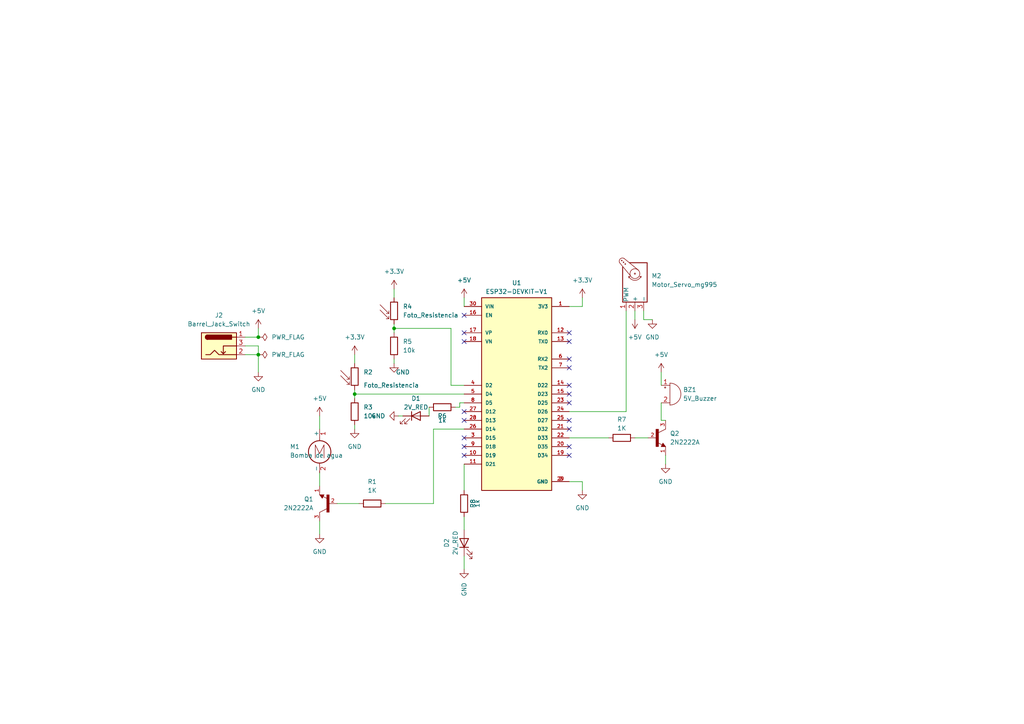
<source format=kicad_sch>
(kicad_sch (version 20230121) (generator eeschema)
  (paper "A4")
  (lib_symbols
    (symbol "Connector:Barrel_Jack_Switch" (pin_names hide)
      (property "Reference" "J" (at 0 5.334 0))
      (property "Value" "Barrel_Jack_Switch" (at 0 -5.08 0))
      (symbol "Barrel_Jack_Switch_0_1"
        (rectangle (start -5.08 3.81) (end 5.08 -3.81) (stroke (width 0.254)) (fill (type background)))
        (arc (start -3.302 3.175) (mid -3.9343 2.54) (end -3.302 1.905) (stroke (width 0.254)))
        (arc (start -3.302 3.175) (mid -3.9343 2.54) (end -3.302 1.905) (stroke (width 0.254)) (fill (type outline)))
        (polyline (pts (xy 1.27 -2.286) (xy 1.905 -1.651)) (stroke (width 0.254)))
        (polyline (pts (xy 5.08 2.54) (xy 3.81 2.54)) (stroke (width 0.254)))
        (polyline (pts (xy 5.08 0) (xy 1.27 0) (xy 1.27 -2.286) (xy 0.635 -1.651)) (stroke (width 0.254)))
        (polyline (pts (xy -3.81 -2.54) (xy -2.54 -2.54) (xy -1.27 -1.27) (xy 0 -2.54) (xy 2.54 -2.54) (xy 5.08 -2.54)) (stroke (width 0.254)))
        (rectangle (start 3.683 3.175) (end -3.302 1.905) (stroke (width 0.254)) (fill (type outline)))
      )
      (symbol "Barrel_Jack_Switch_1_1"
        (pin passive line (at 7.62 2.54 180) (length 2.54) (name "~") (number "1"))
        (pin passive line (at 7.62 -2.54 180) (length 2.54) (name "~") (number "2"))
        (pin passive line (at 7.62 0 180) (length 2.54) (name "~") (number "3"))
      )
    )
    (symbol "Device:Buzzer" (pin_names (offset 0.0254) hide)
      (property "Reference" "BZ" (at 3.81 1.27 0))
      (property "Value" "Buzzer" (at 3.81 -1.27 0))
      (symbol "Buzzer_0_1"
        (arc (start 0 -3.175) (mid 3.1612 0) (end 0 3.175))
        (polyline (pts (xy -1.651 1.905) (xy -1.143 1.905)))
        (polyline (pts (xy -1.397 2.159) (xy -1.397 1.651)))
        (polyline (pts (xy 0 3.175) (xy 0 -3.175)))
      )
      (symbol "Buzzer_1_1"
        (pin passive line (at -2.54 2.54 0) (length 2.54) (name "-") (number "1"))
        (pin passive line (at -2.54 -2.54 0) (length 2.54) (name "+") (number "2"))
      )
    )
    (symbol "Device:LED" (pin_numbers hide) (pin_names (offset 1.016) hide)
      (property "Reference" "D" (at 0 2.54 0))
      (property "Value" "LED" (at 0 -2.54 0))
      (symbol "LED_0_1"
        (polyline (pts (xy -1.27 -1.27) (xy -1.27 1.27)) (stroke (width 0.254)))
        (polyline (pts (xy -1.27 0) (xy 1.27 0)))
        (polyline (pts (xy 1.27 -1.27) (xy 1.27 1.27) (xy -1.27 0) (xy 1.27 -1.27)) (stroke (width 0.254)))
        (polyline (pts (xy -3.048 -0.762) (xy -4.572 -2.286) (xy -3.81 -2.286) (xy -4.572 -2.286) (xy -4.572 -1.524)))
        (polyline (pts (xy -1.778 -0.762) (xy -3.302 -2.286) (xy -2.54 -2.286) (xy -3.302 -2.286) (xy -3.302 -1.524)))
      )
      (symbol "LED_1_1"
        (pin passive line (at -3.81 0 0) (length 2.54) (name "K") (number "1"))
        (pin passive line (at 3.81 0 180) (length 2.54) (name "A") (number "2"))
      )
    )
    (symbol "Device:R" (pin_numbers hide) (pin_names (offset 0))
      (property "Reference" "R" (at 2.032 0 90))
      (property "Value" "R" (at 0 0 90))
      (symbol "R_0_1"
        (rectangle (start -1.016 -2.54) (end 1.016 2.54) (stroke (width 0.254)))
      )
      (symbol "R_1_1"
        (pin passive line (at 0 3.81 270) (length 1.27) (name "~") (number "1"))
        (pin passive line (at 0 -3.81 90) (length 1.27) (name "~") (number "2"))
      )
    )
    (symbol "Device:R_Photo" (pin_numbers hide) (pin_names (offset 0))
      (property "Reference" "R" (at 1.27 1.27 0))
      (property "Value" "R_Photo" (at 1.27 0 0))
      (symbol "R_Photo_0_1"
        (rectangle (start -1.016 2.54) (end 1.016 -2.54) (stroke (width 0.254)))
        (polyline (pts (xy -1.524 -2.286) (xy -4.064 0.254)))
        (polyline (pts (xy -1.524 -2.286) (xy -2.286 -2.286)))
        (polyline (pts (xy -1.524 -2.286) (xy -1.524 -1.524)))
        (polyline (pts (xy -1.524 -0.762) (xy -4.064 1.778)))
        (polyline (pts (xy -1.524 -0.762) (xy -2.286 -0.762)))
        (polyline (pts (xy -1.524 -0.762) (xy -1.524 0)))
      )
      (symbol "R_Photo_1_1"
        (pin passive line (at 0 3.81 270) (length 1.27) (name "~") (number "1"))
        (pin passive line (at 0 -3.81 90) (length 1.27) (name "~") (number "2"))
      )
    )
    (symbol "ESP32_V1:ESP32-DEVKIT-V1" (pin_names (offset 1.016))
      (property "Reference" "U" (at -10.16 30.48 0))
      (property "Value" "ESP32-DEVKIT-V1" (at -10.16 -30.48 0))
      (symbol "ESP32-DEVKIT-V1_0_0"
        (rectangle (start -10.16 -27.94) (end 10.16 27.94) (stroke (width 0.254)) (fill (type background)))
        (pin output line (at 15.24 25.4 180) (length 5.08) (name "3V3") (number "1"))
        (pin bidirectional line (at -15.24 -17.78 0) (length 5.08) (name "D19") (number "10"))
        (pin bidirectional line (at -15.24 -20.32 0) (length 5.08) (name "D21") (number "11"))
        (pin input line (at 15.24 17.78 180) (length 5.08) (name "RX0") (number "12"))
        (pin output line (at 15.24 15.24 180) (length 5.08) (name "TX0") (number "13"))
        (pin bidirectional line (at 15.24 2.54 180) (length 5.08) (name "D22") (number "14"))
        (pin bidirectional line (at 15.24 0 180) (length 5.08) (name "D23") (number "15"))
        (pin input line (at -15.24 22.86 0) (length 5.08) (name "EN") (number "16"))
        (pin bidirectional line (at -15.24 17.78 0) (length 5.08) (name "VP") (number "17"))
        (pin bidirectional line (at -15.24 15.24 0) (length 5.08) (name "VN") (number "18"))
        (pin bidirectional line (at 15.24 -17.78 180) (length 5.08) (name "D34") (number "19"))
        (pin power_in line (at 15.24 -25.4 180) (length 5.08) (name "GND") (number "2"))
        (pin bidirectional line (at 15.24 -15.24 180) (length 5.08) (name "D35") (number "20"))
        (pin bidirectional line (at 15.24 -10.16 180) (length 5.08) (name "D32") (number "21"))
        (pin bidirectional line (at 15.24 -12.7 180) (length 5.08) (name "D33") (number "22"))
        (pin bidirectional line (at 15.24 -2.54 180) (length 5.08) (name "D25") (number "23"))
        (pin bidirectional line (at 15.24 -5.08 180) (length 5.08) (name "D26") (number "24"))
        (pin bidirectional line (at 15.24 -7.62 180) (length 5.08) (name "D27") (number "25"))
        (pin bidirectional line (at -15.24 -10.16 0) (length 5.08) (name "D14") (number "26"))
        (pin bidirectional line (at -15.24 -5.08 0) (length 5.08) (name "D12") (number "27"))
        (pin bidirectional line (at -15.24 -7.62 0) (length 5.08) (name "D13") (number "28"))
        (pin power_in line (at 15.24 -25.4 180) (length 5.08) (name "GND") (number "29"))
        (pin bidirectional line (at -15.24 -12.7 0) (length 5.08) (name "D15") (number "3"))
        (pin input line (at -15.24 25.4 0) (length 5.08) (name "VIN") (number "30"))
        (pin bidirectional line (at -15.24 2.54 0) (length 5.08) (name "D2") (number "4"))
        (pin bidirectional line (at -15.24 0 0) (length 5.08) (name "D4") (number "5"))
        (pin input line (at 15.24 10.16 180) (length 5.08) (name "RX2") (number "6"))
        (pin output line (at 15.24 7.62 180) (length 5.08) (name "TX2") (number "7"))
        (pin bidirectional line (at -15.24 -2.54 0) (length 5.08) (name "D5") (number "8"))
        (pin bidirectional line (at -15.24 -15.24 0) (length 5.08) (name "D18") (number "9"))
      )
    )
    (symbol "Motor:Motor_DC" (pin_names (offset 0))
      (property "Reference" "M" (at 2.54 2.54 0))
      (property "Value" "Motor_DC" (at 2.54 -5.08 0))
      (symbol "Motor_DC_0_0"
        (polyline (pts (xy -1.27 -3.302) (xy -1.27 0.508) (xy 0 -2.032) (xy 1.27 0.508) (xy 1.27 -3.302)))
      )
      (symbol "Motor_DC_0_1"
        (circle (center 0 -1.524) (radius 3.2512) (stroke (width 0.254)))
        (polyline (pts (xy 0 -7.62) (xy 0 -7.112)))
        (polyline (pts (xy 0 -4.7752) (xy 0 -5.1816)))
        (polyline (pts (xy 0 1.7272) (xy 0 2.0828)))
        (polyline (pts (xy 0 2.032) (xy 0 2.54)))
      )
      (symbol "Motor_DC_1_1"
        (pin passive line (at 0 5.08 270) (length 2.54) (name "+") (number "1"))
        (pin passive line (at 0 -7.62 90) (length 2.54) (name "-") (number "2"))
      )
    )
    (symbol "Motor:Motor_Servo" (pin_names (offset 0.0254))
      (property "Reference" "M" (at -5.08 4.445 0))
      (property "Value" "Motor_Servo" (at -5.08 -4.064 0))
      (symbol "Motor_Servo_0_1"
        (polyline (pts (xy 2.413 -1.778) (xy 2.032 -1.778)))
        (polyline (pts (xy 2.413 -1.778) (xy 2.286 -1.397)))
        (polyline (pts (xy 2.413 1.778) (xy 1.905 1.778)))
        (polyline (pts (xy 2.413 1.778) (xy 2.286 1.397)))
        (polyline (pts (xy 6.35 4.445) (xy 2.54 1.27)))
        (polyline (pts (xy 7.62 3.175) (xy 4.191 -1.016)))
        (polyline (pts (xy 5.08 3.556) (xy -5.08 3.556) (xy -5.08 -3.556) (xy 6.35 -3.556) (xy 6.35 1.524)) (stroke (width 0.254)))
        (arc (start 2.413 1.778) (mid 1.2406 0) (end 2.413 -1.778))
        (circle (center 3.175 0) (radius 0.1778))
        (circle (center 3.175 0) (radius 1.4224))
        (circle (center 5.969 2.794) (radius 0.127))
        (circle (center 6.477 3.302) (radius 0.127))
        (circle (center 6.985 3.81) (radius 0.127))
        (arc (start 7.62 3.175) (mid 7.4485 4.2735) (end 6.35 4.445))
      )
      (symbol "Motor_Servo_1_1"
        (pin passive line (at -7.62 2.54 0) (length 2.54) (name "PWM") (number "1"))
        (pin passive line (at -7.62 0 0) (length 2.54) (name "+") (number "2"))
        (pin passive line (at -7.62 -2.54 0) (length 2.54) (name "-") (number "3"))
      )
    )
    (symbol "RESIS_2N2222A:2N2222A" (pin_names (offset 1.016))
      (property "Reference" "Q" (at -10.16 7.62 0))
      (property "Value" "2N2222A" (at -10.16 -7.62 0))
      (symbol "2N2222A_0_0"
        (rectangle (start -0.254 -2.54) (end 0.508 2.54) (stroke (width 0.1)) (fill (type outline)))
        (polyline (pts (xy 1.27 -2.54) (xy 1.778 -1.524)) (stroke (width 0.1524)))
        (polyline (pts (xy 1.524 -2.413) (xy 2.286 -2.413)) (stroke (width 0.254)))
        (polyline (pts (xy 1.524 -2.286) (xy 1.905 -2.286)) (stroke (width 0.254)))
        (polyline (pts (xy 1.54 -2.04) (xy 0.308 -1.424)) (stroke (width 0.1524)))
        (polyline (pts (xy 1.778 -1.778) (xy 1.524 -2.286)) (stroke (width 0.254)))
        (polyline (pts (xy 1.778 -1.524) (xy 2.54 -2.54)) (stroke (width 0.1524)))
        (polyline (pts (xy 1.905 -2.286) (xy 1.778 -2.032)) (stroke (width 0.254)))
        (polyline (pts (xy 2.286 -2.413) (xy 1.778 -1.778)) (stroke (width 0.254)))
        (polyline (pts (xy 2.54 -2.54) (xy 1.27 -2.54)) (stroke (width 0.1524)))
        (polyline (pts (xy 2.54 2.54) (xy 0.508 1.524)) (stroke (width 0.1524)))
        (pin passive line (at 2.54 -5.08 90) (length 2.54) (name "~") (number "1"))
        (pin passive line (at -2.54 0 0) (length 2.54) (name "~") (number "2"))
        (pin passive line (at 2.54 5.08 270) (length 2.54) (name "~") (number "3"))
      )
    )
    (symbol "power:+3.3V" (power) (pin_names (offset 0))
      (property "Value" "+3.3V" (at 0 3.556 0))
      (symbol "+3.3V_0_1"
        (polyline (pts (xy -0.762 1.27) (xy 0 2.54)))
        (polyline (pts (xy 0 0) (xy 0 2.54)))
        (polyline (pts (xy 0 2.54) (xy 0.762 1.27)))
      )
      (symbol "+3.3V_1_1"
        (pin power_in line (at 0 0 90) (length 0) hide (name "+3.3V") (number "1"))
      )
    )
    (symbol "power:+5V" (power) (pin_names (offset 0))
      (property "Value" "+5V" (at 0 3.556 0))
      (symbol "+5V_0_1"
        (polyline (pts (xy -0.762 1.27) (xy 0 2.54)))
        (polyline (pts (xy 0 0) (xy 0 2.54)))
        (polyline (pts (xy 0 2.54) (xy 0.762 1.27)))
      )
      (symbol "+5V_1_1"
        (pin power_in line (at 0 0 90) (length 0) hide (name "+5V") (number "1"))
      )
    )
    (symbol "power:GND" (power) (pin_names (offset 0))
      (property "Value" "GND" (at 0 -3.81 0))
      (symbol "GND_0_1"
        (polyline (pts (xy 0 0) (xy 0 -1.27) (xy 1.27 -1.27) (xy 0 -2.54) (xy -1.27 -1.27) (xy 0 -1.27)))
      )
      (symbol "GND_1_1"
        (pin power_in line (at 0 0 270) (length 0) hide (name "GND") (number "1"))
      )
    )
    (symbol "power:PWR_FLAG" (power) (pin_numbers hide) (pin_names (offset 0) hide)
      (property "Value" "PWR_FLAG" (at 0 3.81 0))
      (symbol "PWR_FLAG_0_0"
        (pin power_out line (at 0 0 90) (length 0) (name "pwr") (number "1"))
      )
      (symbol "PWR_FLAG_0_1"
        (polyline (pts (xy 0 0) (xy 0 1.27) (xy -1.016 1.905) (xy 0 2.54) (xy 1.016 1.905) (xy 0 1.27)))
      )
    )
  )
  (junction (at 102.87 114.3))
  (junction (at 114.3 95.25))
  (junction (at 74.93 102.87))
  (junction (at 74.93 97.79))
  (no_connect (at 134.62 121.92))
  (no_connect (at 165.1 96.52))
  (no_connect (at 165.1 116.84))
  (no_connect (at 165.1 121.92))
  (no_connect (at 165.1 129.54))
  (no_connect (at 134.62 91.44))
  (no_connect (at 165.1 132.08))
  (no_connect (at 165.1 111.76))
  (no_connect (at 134.62 119.38))
  (no_connect (at 165.1 124.46))
  (no_connect (at 134.62 129.54))
  (no_connect (at 165.1 106.68))
  (no_connect (at 165.1 114.3))
  (no_connect (at 165.1 104.14))
  (no_connect (at 134.62 96.52))
  (no_connect (at 134.62 132.08))
  (no_connect (at 134.62 127))
  (no_connect (at 134.62 99.06))
  (no_connect (at 165.1 99.06))
  (wire (pts (xy 168.91 88.9) (xy 168.91 86.36)))
  (wire (pts (xy 92.71 120.65) (xy 92.71 124.46)))
  (wire (pts (xy 92.71 137.16) (xy 92.71 140.97)))
  (wire (pts (xy 114.3 93.98) (xy 114.3 95.25)))
  (wire (pts (xy 74.93 100.33) (xy 74.93 102.87)))
  (wire (pts (xy 114.3 83.82) (xy 114.3 86.36)))
  (wire (pts (xy 165.1 127) (xy 176.53 127)))
  (wire (pts (xy 168.91 139.7) (xy 165.1 139.7)))
  (wire (pts (xy 74.93 102.87) (xy 71.12 102.87)))
  (wire (pts (xy 181.61 119.38) (xy 181.61 90.17)))
  (wire (pts (xy 125.73 146.05) (xy 125.73 124.46)))
  (wire (pts (xy 133.35 118.11) (xy 133.35 116.84)))
  (wire (pts (xy 115.57 120.65) (xy 116.84 120.65)))
  (wire (pts (xy 132.08 118.11) (xy 133.35 118.11)))
  (wire (pts (xy 186.69 92.71) (xy 189.23 92.71)))
  (wire (pts (xy 71.12 100.33) (xy 74.93 100.33)))
  (wire (pts (xy 102.87 114.3) (xy 134.62 114.3)))
  (wire (pts (xy 124.46 118.11) (xy 124.46 120.65)))
  (wire (pts (xy 111.76 146.05) (xy 125.73 146.05)))
  (wire (pts (xy 74.93 97.79) (xy 71.12 97.79)))
  (wire (pts (xy 193.04 121.92) (xy 191.77 121.92)))
  (wire (pts (xy 114.3 95.25) (xy 130.81 95.25)))
  (wire (pts (xy 92.71 151.13) (xy 92.71 154.94)))
  (wire (pts (xy 134.62 165.1) (xy 134.62 161.29)))
  (wire (pts (xy 191.77 121.92) (xy 191.77 116.84)))
  (wire (pts (xy 184.15 127) (xy 187.96 127)))
  (wire (pts (xy 193.04 132.08) (xy 193.04 134.62)))
  (wire (pts (xy 114.3 104.14) (xy 114.3 105.41)))
  (wire (pts (xy 134.62 111.76) (xy 130.81 111.76)))
  (wire (pts (xy 114.3 95.25) (xy 114.3 96.52)))
  (wire (pts (xy 102.87 113.03) (xy 102.87 114.3)))
  (wire (pts (xy 168.91 142.24) (xy 168.91 139.7)))
  (wire (pts (xy 74.93 95.25) (xy 74.93 97.79)))
  (wire (pts (xy 165.1 119.38) (xy 181.61 119.38)))
  (wire (pts (xy 125.73 124.46) (xy 134.62 124.46)))
  (wire (pts (xy 102.87 102.87) (xy 102.87 105.41)))
  (wire (pts (xy 74.93 107.95) (xy 74.93 102.87)))
  (wire (pts (xy 102.87 123.19) (xy 102.87 124.46)))
  (wire (pts (xy 134.62 153.67) (xy 134.62 149.86)))
  (wire (pts (xy 102.87 114.3) (xy 102.87 115.57)))
  (wire (pts (xy 97.79 146.05) (xy 104.14 146.05)))
  (wire (pts (xy 191.77 107.95) (xy 191.77 111.76)))
  (wire (pts (xy 184.15 90.17) (xy 184.15 92.71)))
  (wire (pts (xy 134.62 86.36) (xy 134.62 88.9)))
  (wire (pts (xy 130.81 111.76) (xy 130.81 95.25)))
  (wire (pts (xy 133.35 116.84) (xy 134.62 116.84)))
  (wire (pts (xy 134.62 134.62) (xy 134.62 142.24)))
  (wire (pts (xy 165.1 88.9) (xy 168.91 88.9)))
  (wire (pts (xy 186.69 90.17) (xy 186.69 92.71)))
  (symbol (lib_id "power:GND") (at 92.71 154.94 0) (unit 1)
    (property "Reference" "#PWR02" (effects hide))
    (property "Value" "GND" (at 92.71 160.02 0))
  )
  (symbol (lib_id "Motor:Motor_Servo") (at 184.15 82.55 90) (unit 1)
    (property "Reference" "M2" (at 188.976 80.0211 90) (effects (justify right)))
    (property "Value" "Motor_Servo_mg995" (at 188.976 82.5611 90) (effects (justify right)))
    (property "Footprint" "Connector_PinHeader_2.54mm:PinHeader_1x03_P2.54mm_Vertical" (effects hide))
    (property "Datasheet" "http://forums.parallax.com/uploads/attachments/46831/74481.png" (effects hide))
  )
  (symbol (lib_id "Device:LED") (at 120.65 120.65 0) (unit 1)
    (property "Reference" "D1" (at 120.65 115.57 0))
    (property "Value" "2V_RED" (at 120.65 118.11 0))
    (property "Footprint" "LED_THT:LED_D5.0mm" (effects hide))
  )
  (symbol (lib_id "power:+5V") (at 134.62 86.36 0) (unit 1)
    (property "Reference" "#PWR016" (effects hide))
    (property "Value" "+5V" (at 134.62 81.28 0))
  )
  (symbol (lib_id "Motor:Motor_DC") (at 92.71 129.54 0) (unit 1)
    (property "Reference" "M1" (at 84.074 129.54 0) (effects (justify left)))
    (property "Value" "Bomba de agua" (at 84.074 132.08 0) (effects (justify left)))
    (property "Footprint" "Connector_PinSocket_2.54mm:PinSocket_1x02_P2.54mm_Vertical" (effects hide))
  )
  (symbol (lib_id "Device:R") (at 128.27 118.11 90) (unit 1)
    (property "Reference" "R6" (at 128.27 120.65 90))
    (property "Value" "1k" (at 128.27 121.92 90))
    (property "Footprint" "Resistor_THT:R_Axial_DIN0207_L6.3mm_D2.5mm_P7.62mm_Horizontal" (effects hide))
  )
  (symbol (lib_id "power:+5V") (at 191.77 107.95 0) (unit 1)
    (property "Reference" "#PWR010" (effects hide))
    (property "Value" "+5V" (at 191.77 102.87 0))
  )
  (symbol (lib_id "power:GND") (at 102.87 124.46 0) (unit 1)
    (property "Reference" "#PWR013" (effects hide))
    (property "Value" "GND" (at 102.87 129.54 0))
  )
  (symbol (lib_id "Device:R") (at 107.95 146.05 270) (unit 1)
    (property "Reference" "R1" (at 107.95 139.7 90))
    (property "Value" "1K" (at 107.95 142.24 90))
    (property "Footprint" "Resistor_THT:R_Axial_DIN0207_L6.3mm_D2.5mm_P7.62mm_Horizontal" (effects hide))
  )
  (symbol (lib_id "RESIS_2N2222A:2N2222A") (at 95.25 146.05 180) (unit 1)
    (property "Reference" "Q1" (at 90.932 144.78 0) (effects (justify left)))
    (property "Value" "2N2222A" (at 90.932 147.32 0) (effects (justify left)))
    (property "Footprint" "Package_TO_SOT_THT:TO-92" (effects hide))
    (property "MF" "NTE Electronics, Inc" (effects hide))
    (property "Description" "\nTRANSISTOR NPN SILICON 50V IC=800MA TO-18 CASE SMALL SIGNAL GENERAL PURPOSE SWIT | NTE Electronics Inc. 2N2222A\n" (effects hide))
    (property "Package" "TO-18 NTE Electronics" (effects hide))
    (property "RS_Components_70725575_Purchase_URL" "https://www.snapeda.com/api/url_track_click/https%253A//us.rs-online.com/product/nte-electronics-inc-/2n2222a/70725575/%253Futm_source%253DSnapEDA%2526utm_medium%253Dpart_sourcing%2526utm_campaign%253Dpartsourcing_SnapEDA_IMP_EX_GR/?unipart_id=4816306&manufacturer=NTE Electronics, Inc&part_name=2N2222A&search_term=transistor 2n2222a" (effects hide))
    (property "Check_prices" "https://www.snapeda.com/parts/2N2222A/NTE+Electronics/view-part/?ref=eda" (effects hide))
    (property "STANDARD" "IPC7251" (effects hide))
    (property "PARTREV" "2" (effects hide))
    (property "SnapEDA_Link" "https://www.snapeda.com/parts/2N2222A/NTE+Electronics/view-part/?ref=snap" (effects hide))
    (property "MP" "2N2222A" (effects hide))
    (property "MANUFACTURER" "Microsemi" (effects hide))
  )
  (symbol (lib_id "power:GND") (at 115.57 120.65 270) (unit 1)
    (property "Reference" "#PWR06" (effects hide))
    (property "Value" "GND" (at 111.76 120.65 90) (effects (justify right)))
  )
  (symbol (lib_id "Device:R") (at 114.3 100.33 0) (unit 1)
    (property "Reference" "R5" (at 116.84 99.06 0) (effects (justify left)))
    (property "Value" "10k" (at 116.84 101.6 0) (effects (justify left)))
    (property "Footprint" "Resistor_THT:R_Axial_DIN0207_L6.3mm_D2.5mm_P7.62mm_Horizontal" (effects hide))
  )
  (symbol (lib_id "power:PWR_FLAG") (at 74.93 97.79 270) (unit 1)
    (property "Reference" "#FLG01" (effects hide))
    (property "Value" "PWR_FLAG" (at 78.74 97.79 90) (effects (justify left)))
  )
  (symbol (lib_id "Device:LED") (at 134.62 157.48 90) (unit 1)
    (property "Reference" "D2" (at 129.54 157.48 0))
    (property "Value" "2V_RED" (at 132.08 157.48 0))
    (property "Footprint" "LED_THT:LED_D5.0mm" (effects hide))
  )
  (symbol (lib_id "power:GND") (at 74.93 107.95 0) (unit 1)
    (property "Reference" "#PWR04" (effects hide))
    (property "Value" "GND" (at 74.93 113.03 0))
  )
  (symbol (lib_id "power:+3.3V") (at 114.3 83.82 0) (unit 1)
    (property "Reference" "#PWR015" (effects hide))
    (property "Value" "+3.3V" (at 114.3 78.74 0))
  )
  (symbol (lib_id "power:GND") (at 168.91 142.24 0) (unit 1)
    (property "Reference" "#PWR08" (effects hide))
    (property "Value" "GND" (at 168.91 147.32 0))
  )
  (symbol (lib_id "power:+3.3V") (at 168.91 86.36 0) (unit 1)
    (property "Reference" "#PWR07" (effects hide))
    (property "Value" "+3.3V" (at 168.91 81.28 0))
  )
  (symbol (lib_id "power:+5V") (at 184.15 92.71 180) (unit 1)
    (property "Reference" "#PWR09" (effects hide))
    (property "Value" "+5V" (at 184.15 97.79 0))
  )
  (symbol (lib_id "Device:R") (at 180.34 127 90) (unit 1)
    (property "Reference" "R7" (at 180.34 121.666 90))
    (property "Value" "1K" (at 180.34 124.206 90))
    (property "Footprint" "Resistor_THT:R_Axial_DIN0207_L6.3mm_D2.5mm_P7.62mm_Horizontal" (effects hide))
  )
  (symbol (lib_id "ESP32_V1:ESP32-DEVKIT-V1") (at 149.86 114.3 0) (unit 1)
    (property "Reference" "U1" (at 149.86 82.042 0))
    (property "Value" "ESP32-DEVKIT-V1" (at 149.86 84.582 0))
    (property "Footprint" "ESP32_V1:MODULE_ESP32_DEVKIT_V1" (effects hide))
    (property "MF" "Do it" (effects hide))
    (property "MAXIMUM_PACKAGE_HEIGHT" "6.8 mm" (effects hide))
    (property "Package" "None" (effects hide))
    (property "Price" "None" (effects hide))
    (property "Check_prices" "https://www.snapeda.com/parts/ESP32-DEVKIT-V1/Do+it/view-part/?ref=eda" (effects hide))
    (property "STANDARD" "Manufacturer Recommendations" (effects hide))
    (property "PARTREV" "N/A" (effects hide))
    (property "SnapEDA_Link" "https://www.snapeda.com/parts/ESP32-DEVKIT-V1/Do+it/view-part/?ref=snap" (effects hide))
    (property "MP" "ESP32-DEVKIT-V1" (effects hide))
    (property "Description" "\nDual core, Wi-Fi: 2.4 GHz up to 150 Mbits/s,BLE (Bluetooth Low Energy) and legacy Bluetooth, 32 bits, Up to 240 MHz\n" (effects hide))
    (property "Availability" "Not in stock" (effects hide))
    (property "MANUFACTURER" "DOIT" (effects hide))
  )
  (symbol (lib_id "Device:R_Photo") (at 114.3 90.17 0) (unit 1)
    (property "Reference" "R4" (at 116.84 88.9 0) (effects (justify left)))
    (property "Value" "Foto_Resistencia" (at 116.84 91.44 0) (effects (justify left)))
    (property "Footprint" "OptoDevice:R_LDR_5.0x4.1mm_P3mm_Vertical" (effects hide))
  )
  (symbol (lib_id "Connector:Barrel_Jack_Switch") (at 63.5 100.33 0) (unit 1)
    (property "Reference" "J2" (at 63.5 91.44 0))
    (property "Value" "Barrel_Jack_Switch" (at 63.5 93.98 0))
    (property "Footprint" "Connector_BarrelJack:BarrelJack_Horizontal" (effects hide))
  )
  (symbol (lib_id "power:+5V") (at 92.71 120.65 0) (unit 1)
    (property "Reference" "#PWR01" (effects hide))
    (property "Value" "+5V" (at 92.71 115.57 0))
  )
  (symbol (lib_id "power:GND") (at 189.23 92.71 0) (unit 1)
    (property "Reference" "#PWR012" (effects hide))
    (property "Value" "GND" (at 189.23 97.79 0))
  )
  (symbol (lib_id "Device:Buzzer") (at 194.31 114.3 0) (unit 1)
    (property "Reference" "BZ1" (at 198.12 113.03 0) (effects (justify left)))
    (property "Value" "5V_Buzzer" (at 198.12 115.57 0) (effects (justify left)))
    (property "Footprint" "Buzzer_Beeper:Buzzer_15x7.5RM7.6" (effects hide))
  )
  (symbol (lib_id "power:+3.3V") (at 102.87 102.87 0) (unit 1)
    (property "Reference" "#PWR05" (effects hide))
    (property "Value" "+3.3V" (at 102.87 97.79 0))
  )
  (symbol (lib_id "power:GND") (at 193.04 134.62 0) (unit 1)
    (property "Reference" "#PWR011" (effects hide))
    (property "Value" "GND" (at 193.04 139.7 0))
  )
  (symbol (lib_id "power:GND") (at 114.3 105.41 0) (unit 1)
    (property "Reference" "#PWR014" (effects hide))
    (property "Value" "GND" (at 116.84 107.95 0))
  )
  (symbol (lib_id "Device:R") (at 102.87 119.38 0) (unit 1)
    (property "Reference" "R3" (at 105.41 118.11 0) (effects (justify left)))
    (property "Value" "10k" (at 105.41 120.65 0) (effects (justify left)))
    (property "Footprint" "Resistor_THT:R_Axial_DIN0207_L6.3mm_D2.5mm_P7.62mm_Horizontal" (effects hide))
  )
  (symbol (lib_id "power:GND") (at 134.62 165.1 0) (unit 1)
    (property "Reference" "#PWR017" (effects hide))
    (property "Value" "GND" (at 134.62 168.91 90) (effects (justify right)))
  )
  (symbol (lib_id "Device:R") (at 134.62 146.05 180) (unit 1)
    (property "Reference" "R8" (at 137.16 146.05 90))
    (property "Value" "1k" (at 138.43 146.05 90))
    (property "Footprint" "Resistor_THT:R_Axial_DIN0207_L6.3mm_D2.5mm_P7.62mm_Horizontal" (effects hide))
  )
  (symbol (lib_id "Device:R_Photo") (at 102.87 109.22 0) (unit 1)
    (property "Reference" "R2" (at 105.41 107.95 0) (effects (justify left)))
    (property "Value" "Foto_Resistencia" (at 105.41 111.76 0) (effects (justify left)))
    (property "Footprint" "OptoDevice:R_LDR_5.0x4.1mm_P3mm_Vertical" (effects hide))
  )
  (symbol (lib_id "power:+5V") (at 74.93 95.25 0) (unit 1)
    (property "Reference" "#PWR03" (effects hide))
    (property "Value" "+5V" (at 74.93 90.17 0))
  )
  (symbol (lib_id "RESIS_2N2222A:2N2222A") (at 190.5 127 0) (unit 1)
    (property "Reference" "Q2" (at 194.31 125.73 0) (effects (justify left)))
    (property "Value" "2N2222A" (at 194.31 128.27 0) (effects (justify left)))
    (property "Footprint" "Package_TO_SOT_THT:TO-92" (effects hide))
    (property "MF" "NTE Electronics, Inc" (effects hide))
    (property "Description" "\nTRANSISTOR NPN SILICON 50V IC=800MA TO-18 CASE SMALL SIGNAL GENERAL PURPOSE SWIT | NTE Electronics Inc. 2N2222A\n" (effects hide))
    (property "Package" "TO-18 NTE Electronics" (effects hide))
    (property "RS_Components_70725575_Purchase_URL" "https://www.snapeda.com/api/url_track_click/https%253A//us.rs-online.com/product/nte-electronics-inc-/2n2222a/70725575/%253Futm_source%253DSnapEDA%2526utm_medium%253Dpart_sourcing%2526utm_campaign%253Dpartsourcing_SnapEDA_IMP_EX_GR/?unipart_id=4816306&manufacturer=NTE Electronics, Inc&part_name=2N2222A&search_term=transistor 2n2222a" (effects hide))
    (property "Check_prices" "https://www.snapeda.com/parts/2N2222A/NTE+Electronics/view-part/?ref=eda" (effects hide))
    (property "STANDARD" "IPC7251" (effects hide))
    (property "PARTREV" "2" (effects hide))
    (property "SnapEDA_Link" "https://www.snapeda.com/parts/2N2222A/NTE+Electronics/view-part/?ref=snap" (effects hide))
    (property "MP" "2N2222A" (effects hide))
    (property "MANUFACTURER" "Microsemi" (effects hide))
  )
  (symbol (lib_id "power:PWR_FLAG") (at 74.93 102.87 270) (unit 1)
    (property "Reference" "#FLG02" (effects hide))
    (property "Value" "PWR_FLAG" (at 78.74 102.87 90) (effects (justify left)))
  )
)
</source>
